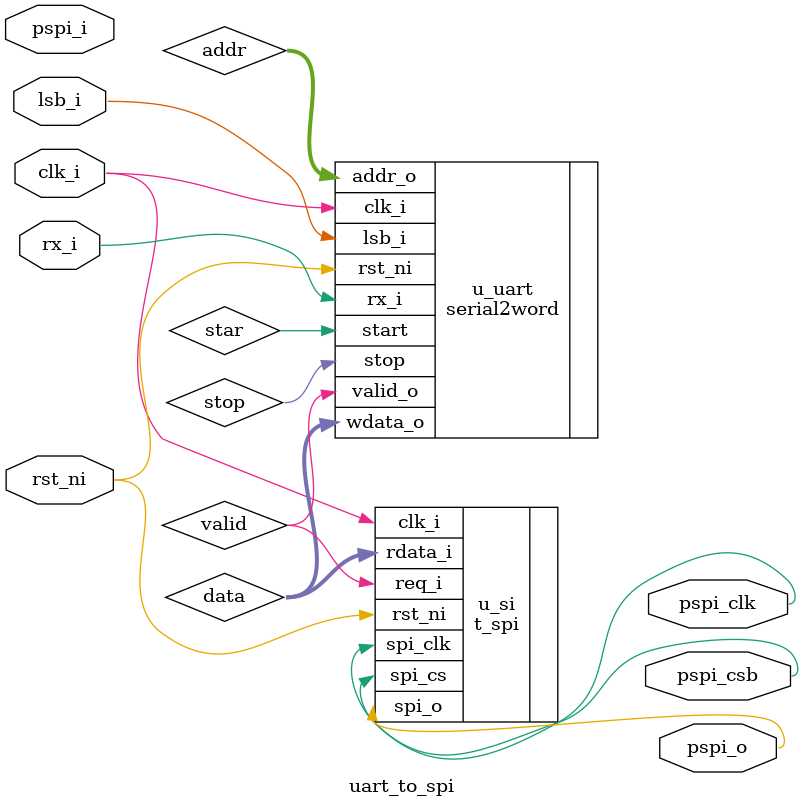
<source format=sv>

module uart_to_spi (
  input logic clk_i,
  input logic rst_ni,

  input  logic       rx_i,
  input  logic       lsb_i,
  input  logic       pspi_i,
  output logic       pspi_o,
  output logic       pspi_csb,
  output logic       pspi_clk
);
  
logic div_clk;

always_ff @(posedge clk_i or negedge rst_ni) begin 
  if(!rst_ni) begin
    div_clk <= '0;
  end else begin
    div_clk <= ~div_clk;
  end
end
  logic        star;
  logic        stop;
  logic        valid;
  logic [23:0] addr;
  logic [31:0] data;

  serial2word #(
    .AddrWidth (24),
    .DataWidth (32),
    .ClocksPerBit (217)
  ) u_uart (
    .clk_i    (clk_i),
    .rst_ni   (rst_ni),
    .rx_i     (rx_i),
    .lsb_i    (lsb_i),
    .start    (star),
    .stop     (stop),
    .valid_o  (valid),
    .addr_o   (addr),
    .wdata_o  (data)
  );

  
  t_spi u_si(
    .clk_i      (clk_i),
    .rst_ni     (rst_ni),
    .rdata_i    (data),
    .req_i      (valid),
    .spi_o      (pspi_o),
    .spi_clk    (pspi_clk),
    .spi_cs     (pspi_csb)
  );

endmodule 
</source>
